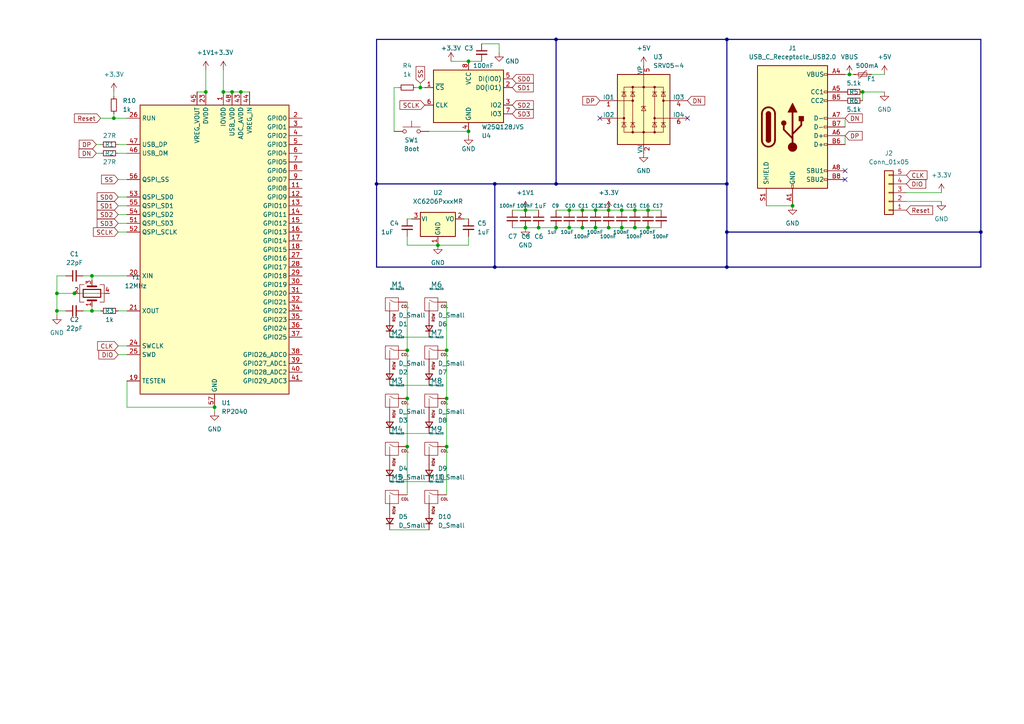
<source format=kicad_sch>
(kicad_sch (version 20211123) (generator eeschema)
  (paper "A4")
  (lib_symbols
    (symbol "Connector:USB_C_Receptacle_USB2.0" (pin_names (offset 1.016))
      (property "Reference" "J" (at -10.16 19.05 0))
      (property "Value" "USB_C_Receptacle_USB2.0" (at 19.05 19.05 0))
      (symbol "USB_C_Receptacle_USB2.0_0_0"
        (rectangle (start -0.254 -17.78) (end 0.254 -16.764))
        (rectangle (start 10.16 -14.986) (end 9.144 -15.494))
        (rectangle (start 10.16 -12.446) (end 9.144 -12.954))
        (rectangle (start 10.16 -4.826) (end 9.144 -5.334))
        (rectangle (start 10.16 -2.286) (end 9.144 -2.794))
        (rectangle (start 10.16 0.254) (end 9.144 -0.254))
        (rectangle (start 10.16 2.794) (end 9.144 2.286))
        (rectangle (start 10.16 7.874) (end 9.144 7.366))
        (rectangle (start 10.16 10.414) (end 9.144 9.906))
        (rectangle (start 10.16 15.494) (end 9.144 14.986))
      )
      (symbol "USB_C_Receptacle_USB2.0_0_1"
        (rectangle (start -10.16 17.78) (end 10.16 -17.78) (stroke (width 0.254)) (fill (type background)))
        (arc (start -8.89 -3.81) (mid -6.985 -5.715) (end -5.08 -3.81) (stroke (width 0.508)))
        (arc (start -7.62 -3.81) (mid -6.985 -4.445) (end -6.35 -3.81) (stroke (width 0.254)))
        (arc (start -7.62 -3.81) (mid -6.985 -4.445) (end -6.35 -3.81) (stroke (width 0.254)) (fill (type outline)))
        (rectangle (start -7.62 -3.81) (end -6.35 3.81) (stroke (width 0.254)) (fill (type outline)))
        (arc (start -6.35 3.81) (mid -6.985 4.445) (end -7.62 3.81) (stroke (width 0.254)))
        (arc (start -6.35 3.81) (mid -6.985 4.445) (end -7.62 3.81) (stroke (width 0.254)) (fill (type outline)))
        (arc (start -5.08 3.81) (mid -6.985 5.715) (end -8.89 3.81) (stroke (width 0.508)))
        (circle (center -2.54 1.143) (radius 0.635) (stroke (width 0.254)) (fill (type outline)))
        (circle (center 0 -5.842) (radius 1.27) (fill (type outline)))
        (polyline (pts (xy -8.89 -3.81) (xy -8.89 3.81)) (stroke (width 0.508)))
        (polyline (pts (xy -5.08 3.81) (xy -5.08 -3.81)) (stroke (width 0.508)))
        (polyline (pts (xy 0 -5.842) (xy 0 4.318)) (stroke (width 0.508)))
        (polyline (pts (xy 0 -3.302) (xy -2.54 -0.762) (xy -2.54 0.508)) (stroke (width 0.508)))
        (polyline (pts (xy 0 -2.032) (xy 2.54 0.508) (xy 2.54 1.778)) (stroke (width 0.508)))
        (polyline (pts (xy -1.27 4.318) (xy 0 6.858) (xy 1.27 4.318) (xy -1.27 4.318)) (stroke (width 0.254)) (fill (type outline)))
        (rectangle (start 1.905 1.778) (end 3.175 3.048) (stroke (width 0.254)) (fill (type outline)))
      )
      (symbol "USB_C_Receptacle_USB2.0_1_1"
        (pin passive line (at 0 -22.86 90) (length 5.08) (name "GND") (number "A1"))
        (pin passive line (at 0 -22.86 90) (length 5.08) hide (name "GND") (number "A12"))
        (pin passive line (at 15.24 15.24 180) (length 5.08) (name "VBUS") (number "A4"))
        (pin bidirectional line (at 15.24 10.16 180) (length 5.08) (name "CC1") (number "A5"))
        (pin bidirectional line (at 15.24 -2.54 180) (length 5.08) (name "D+") (number "A6"))
        (pin bidirectional line (at 15.24 2.54 180) (length 5.08) (name "D-") (number "A7"))
        (pin bidirectional line (at 15.24 -12.7 180) (length 5.08) (name "SBU1") (number "A8"))
        (pin passive line (at 15.24 15.24 180) (length 5.08) hide (name "VBUS") (number "A9"))
        (pin passive line (at 0 -22.86 90) (length 5.08) hide (name "GND") (number "B1"))
        (pin passive line (at 0 -22.86 90) (length 5.08) hide (name "GND") (number "B12"))
        (pin passive line (at 15.24 15.24 180) (length 5.08) hide (name "VBUS") (number "B4"))
        (pin bidirectional line (at 15.24 7.62 180) (length 5.08) (name "CC2") (number "B5"))
        (pin bidirectional line (at 15.24 -5.08 180) (length 5.08) (name "D+") (number "B6"))
        (pin bidirectional line (at 15.24 0 180) (length 5.08) (name "D-") (number "B7"))
        (pin bidirectional line (at 15.24 -15.24 180) (length 5.08) (name "SBU2") (number "B8"))
        (pin passive line (at 15.24 15.24 180) (length 5.08) hide (name "VBUS") (number "B9"))
        (pin passive line (at -7.62 -22.86 90) (length 5.08) (name "SHIELD") (number "S1"))
      )
    )
    (symbol "Connector_Generic:Conn_01x05" (pin_names (offset 1.016) hide)
      (property "Reference" "J" (at 0 7.62 0))
      (property "Value" "Conn_01x05" (at 0 -7.62 0))
      (symbol "Conn_01x05_1_1"
        (rectangle (start -1.27 -4.953) (end 0 -5.207) (stroke (width 0.1524)))
        (rectangle (start -1.27 -2.413) (end 0 -2.667) (stroke (width 0.1524)))
        (rectangle (start -1.27 0.127) (end 0 -0.127) (stroke (width 0.1524)))
        (rectangle (start -1.27 2.667) (end 0 2.413) (stroke (width 0.1524)))
        (rectangle (start -1.27 5.207) (end 0 4.953) (stroke (width 0.1524)))
        (rectangle (start -1.27 6.35) (end 1.27 -6.35) (stroke (width 0.254)) (fill (type background)))
        (pin passive line (at -5.08 5.08 0) (length 3.81) (name "Pin_1") (number "1"))
        (pin passive line (at -5.08 2.54 0) (length 3.81) (name "Pin_2") (number "2"))
        (pin passive line (at -5.08 0 0) (length 3.81) (name "Pin_3") (number "3"))
        (pin passive line (at -5.08 -2.54 0) (length 3.81) (name "Pin_4") (number "4"))
        (pin passive line (at -5.08 -5.08 0) (length 3.81) (name "Pin_5") (number "5"))
      )
    )
    (symbol "Device:C_Small" (pin_numbers hide) (pin_names (offset 0.254) hide)
      (property "Reference" "C" (at 0.254 1.778 0))
      (property "Value" "C_Small" (at 0.254 -2.032 0))
      (symbol "C_Small_0_1"
        (polyline (pts (xy -1.524 -0.508) (xy 1.524 -0.508)) (stroke (width 0.3302)))
        (polyline (pts (xy -1.524 0.508) (xy 1.524 0.508)) (stroke (width 0.3048)))
      )
      (symbol "C_Small_1_1"
        (pin passive line (at 0 2.54 270) (length 2.032) (name "~") (number "1"))
        (pin passive line (at 0 -2.54 90) (length 2.032) (name "~") (number "2"))
      )
    )
    (symbol "Device:Crystal_GND24" (pin_names (offset 1.016) hide)
      (property "Reference" "Y" (at 3.175 5.08 0))
      (property "Value" "Crystal_GND24" (at 3.175 3.175 0))
      (symbol "Crystal_GND24_0_1"
        (rectangle (start -1.143 2.54) (end 1.143 -2.54) (stroke (width 0.3048)))
        (polyline (pts (xy -2.54 0) (xy -2.032 0)))
        (polyline (pts (xy -2.032 -1.27) (xy -2.032 1.27)) (stroke (width 0.508)))
        (polyline (pts (xy 0 -3.81) (xy 0 -3.556)))
        (polyline (pts (xy 0 3.556) (xy 0 3.81)))
        (polyline (pts (xy 2.032 -1.27) (xy 2.032 1.27)) (stroke (width 0.508)))
        (polyline (pts (xy 2.032 0) (xy 2.54 0)))
        (polyline (pts (xy -2.54 -2.286) (xy -2.54 -3.556) (xy 2.54 -3.556) (xy 2.54 -2.286)))
        (polyline (pts (xy -2.54 2.286) (xy -2.54 3.556) (xy 2.54 3.556) (xy 2.54 2.286)))
      )
      (symbol "Crystal_GND24_1_1"
        (pin passive line (at -3.81 0 0) (length 1.27) (name "1") (number "1"))
        (pin passive line (at 0 5.08 270) (length 1.27) (name "2") (number "2"))
        (pin passive line (at 3.81 0 180) (length 1.27) (name "3") (number "3"))
        (pin passive line (at 0 -5.08 90) (length 1.27) (name "4") (number "4"))
      )
    )
    (symbol "Device:D_Small" (pin_numbers hide) (pin_names (offset 0.254) hide)
      (property "Reference" "D" (at -1.27 2.032 0))
      (property "Value" "D_Small" (at -3.81 -2.032 0))
      (symbol "D_Small_0_1"
        (polyline (pts (xy -0.762 -1.016) (xy -0.762 1.016)) (stroke (width 0.254)))
        (polyline (pts (xy -0.762 0) (xy 0.762 0)))
        (polyline (pts (xy 0.762 -1.016) (xy -0.762 0) (xy 0.762 1.016) (xy 0.762 -1.016)) (stroke (width 0.254)))
      )
      (symbol "D_Small_1_1"
        (pin passive line (at -2.54 0 0) (length 1.778) (name "K") (number "1"))
        (pin passive line (at 2.54 0 180) (length 1.778) (name "A") (number "2"))
      )
    )
    (symbol "Device:Polyfuse_Small" (pin_numbers hide) (pin_names (offset 0))
      (property "Reference" "F" (at -1.905 0 90))
      (property "Value" "Polyfuse_Small" (at 1.905 0 90))
      (symbol "Polyfuse_Small_0_1"
        (rectangle (start -0.508 1.27) (end 0.508 -1.27))
        (polyline (pts (xy 0 2.54) (xy 0 -2.54)))
        (polyline (pts (xy -1.016 1.27) (xy -1.016 0.762) (xy 1.016 -0.762) (xy 1.016 -1.27)))
      )
      (symbol "Polyfuse_Small_1_1"
        (pin passive line (at 0 2.54 270) (length 0.635) (name "~") (number "1"))
        (pin passive line (at 0 -2.54 90) (length 0.635) (name "~") (number "2"))
      )
    )
    (symbol "Device:R_Small" (pin_numbers hide) (pin_names (offset 0.254) hide)
      (property "Reference" "R" (at 0.762 0.508 0))
      (property "Value" "R_Small" (at 0.762 -1.016 0))
      (symbol "R_Small_0_1"
        (rectangle (start -0.762 1.778) (end 0.762 -1.778) (stroke (width 0.2032)))
      )
      (symbol "R_Small_1_1"
        (pin passive line (at 0 2.54 270) (length 0.762) (name "~") (number "1"))
        (pin passive line (at 0 -2.54 90) (length 0.762) (name "~") (number "2"))
      )
    )
    (symbol "MCU_RaspberryPi:RP2040"
      (property "Reference" "U" (at 17.78 45.72 0))
      (property "Value" "RP2040" (at 17.78 43.18 0))
      (symbol "RP2040_0_1"
        (rectangle (start -21.59 41.91) (end 21.59 -41.91) (stroke (width 0.254)) (fill (type background)))
      )
      (symbol "RP2040_1_1"
        (pin power_in line (at 2.54 45.72 270) (length 3.81) (name "IOVDD") (number "1"))
        (pin passive line (at 2.54 45.72 270) (length 3.81) hide (name "IOVDD") (number "10"))
        (pin bidirectional line (at 25.4 17.78 180) (length 3.81) (name "GPIO8") (number "11"))
        (pin bidirectional line (at 25.4 15.24 180) (length 3.81) (name "GPIO9") (number "12"))
        (pin bidirectional line (at 25.4 12.7 180) (length 3.81) (name "GPIO10") (number "13"))
        (pin bidirectional line (at 25.4 10.16 180) (length 3.81) (name "GPIO11") (number "14"))
        (pin bidirectional line (at 25.4 7.62 180) (length 3.81) (name "GPIO12") (number "15"))
        (pin bidirectional line (at 25.4 5.08 180) (length 3.81) (name "GPIO13") (number "16"))
        (pin bidirectional line (at 25.4 2.54 180) (length 3.81) (name "GPIO14") (number "17"))
        (pin bidirectional line (at 25.4 0 180) (length 3.81) (name "GPIO15") (number "18"))
        (pin input line (at -25.4 -38.1 0) (length 3.81) (name "TESTEN") (number "19"))
        (pin bidirectional line (at 25.4 38.1 180) (length 3.81) (name "GPIO0") (number "2"))
        (pin input line (at -25.4 -7.62 0) (length 3.81) (name "XIN") (number "20"))
        (pin passive line (at -25.4 -17.78 0) (length 3.81) (name "XOUT") (number "21"))
        (pin passive line (at 2.54 45.72 270) (length 3.81) hide (name "IOVDD") (number "22"))
        (pin power_in line (at -2.54 45.72 270) (length 3.81) (name "DVDD") (number "23"))
        (pin output line (at -25.4 -27.94 0) (length 3.81) (name "SWCLK") (number "24"))
        (pin bidirectional line (at -25.4 -30.48 0) (length 3.81) (name "SWD") (number "25"))
        (pin input line (at -25.4 38.1 0) (length 3.81) (name "RUN") (number "26"))
        (pin bidirectional line (at 25.4 -2.54 180) (length 3.81) (name "GPIO16") (number "27"))
        (pin bidirectional line (at 25.4 -5.08 180) (length 3.81) (name "GPIO17") (number "28"))
        (pin bidirectional line (at 25.4 -7.62 180) (length 3.81) (name "GPIO18") (number "29"))
        (pin bidirectional line (at 25.4 35.56 180) (length 3.81) (name "GPIO1") (number "3"))
        (pin bidirectional line (at 25.4 -10.16 180) (length 3.81) (name "GPIO19") (number "30"))
        (pin bidirectional line (at 25.4 -12.7 180) (length 3.81) (name "GPIO20") (number "31"))
        (pin bidirectional line (at 25.4 -15.24 180) (length 3.81) (name "GPIO21") (number "32"))
        (pin passive line (at 2.54 45.72 270) (length 3.81) hide (name "IOVDD") (number "33"))
        (pin bidirectional line (at 25.4 -17.78 180) (length 3.81) (name "GPIO22") (number "34"))
        (pin bidirectional line (at 25.4 -20.32 180) (length 3.81) (name "GPIO23") (number "35"))
        (pin bidirectional line (at 25.4 -22.86 180) (length 3.81) (name "GPIO24") (number "36"))
        (pin bidirectional line (at 25.4 -25.4 180) (length 3.81) (name "GPIO25") (number "37"))
        (pin bidirectional line (at 25.4 -30.48 180) (length 3.81) (name "GPIO26_ADC0") (number "38"))
        (pin bidirectional line (at 25.4 -33.02 180) (length 3.81) (name "GPIO27_ADC1") (number "39"))
        (pin bidirectional line (at 25.4 33.02 180) (length 3.81) (name "GPIO2") (number "4"))
        (pin bidirectional line (at 25.4 -35.56 180) (length 3.81) (name "GPIO28_ADC2") (number "40"))
        (pin bidirectional line (at 25.4 -38.1 180) (length 3.81) (name "GPIO29_ADC3") (number "41"))
        (pin passive line (at 2.54 45.72 270) (length 3.81) hide (name "IOVDD") (number "42"))
        (pin power_in line (at 7.62 45.72 270) (length 3.81) (name "ADC_AVDD") (number "43"))
        (pin power_in line (at 10.16 45.72 270) (length 3.81) (name "VREG_IN") (number "44"))
        (pin power_out line (at -5.08 45.72 270) (length 3.81) (name "VREG_VOUT") (number "45"))
        (pin bidirectional line (at -25.4 27.94 0) (length 3.81) (name "USB_DM") (number "46"))
        (pin bidirectional line (at -25.4 30.48 0) (length 3.81) (name "USB_DP") (number "47"))
        (pin power_in line (at 5.08 45.72 270) (length 3.81) (name "USB_VDD") (number "48"))
        (pin passive line (at 2.54 45.72 270) (length 3.81) hide (name "IOVDD") (number "49"))
        (pin bidirectional line (at 25.4 30.48 180) (length 3.81) (name "GPIO3") (number "5"))
        (pin passive line (at -2.54 45.72 270) (length 3.81) hide (name "DVDD") (number "50"))
        (pin bidirectional line (at -25.4 7.62 0) (length 3.81) (name "QSPI_SD3") (number "51"))
        (pin output line (at -25.4 5.08 0) (length 3.81) (name "QSPI_SCLK") (number "52"))
        (pin bidirectional line (at -25.4 15.24 0) (length 3.81) (name "QSPI_SD0") (number "53"))
        (pin bidirectional line (at -25.4 10.16 0) (length 3.81) (name "QSPI_SD2") (number "54"))
        (pin bidirectional line (at -25.4 12.7 0) (length 3.81) (name "QSPI_SD1") (number "55"))
        (pin bidirectional line (at -25.4 20.32 0) (length 3.81) (name "QSPI_SS") (number "56"))
        (pin power_in line (at 0 -45.72 90) (length 3.81) (name "GND") (number "57"))
        (pin bidirectional line (at 25.4 27.94 180) (length 3.81) (name "GPIO4") (number "6"))
        (pin bidirectional line (at 25.4 25.4 180) (length 3.81) (name "GPIO5") (number "7"))
        (pin bidirectional line (at 25.4 22.86 180) (length 3.81) (name "GPIO6") (number "8"))
        (pin bidirectional line (at 25.4 20.32 180) (length 3.81) (name "GPIO7") (number "9"))
      )
    )
    (symbol "MX_Alps_Hybrid:MX-NoLED" (pin_names (offset 1.016))
      (property "Reference" "MX" (at -0.635 3.81 0))
      (property "Value" "MX-NoLED" (at -0.635 1.27 0))
      (symbol "MX-NoLED_0_0"
        (rectangle (start -2.54 2.54) (end 1.27 -1.27))
        (polyline (pts (xy -1.27 -1.27) (xy -1.27 1.27)) (stroke (width 0.127)))
        (polyline (pts (xy 1.27 1.27) (xy 0 1.27) (xy -1.27 1.905)) (stroke (width 0.127)))
        (text "COL" (at 3.175 0 0) (effects (font (size 0.762 0.762))))
        (text "ROW" (at 0 -1.905 900) (effects (font (size 0.762 0.762)) (justify right)))
      )
      (symbol "MX-NoLED_1_1"
        (pin passive line (at 3.81 1.27 180) (length 2.54) (name "COL") (number "1"))
        (pin passive line (at -1.27 -3.81 90) (length 2.54) (name "ROW") (number "2"))
      )
    )
    (symbol "Memory_Flash:W25Q128JVS"
      (property "Reference" "U" (at -8.89 8.89 0))
      (property "Value" "W25Q128JVS" (at 7.62 8.89 0))
      (symbol "W25Q128JVS_0_1"
        (rectangle (start -10.16 7.62) (end 10.16 -7.62) (stroke (width 0.254)) (fill (type background)))
      )
      (symbol "W25Q128JVS_1_1"
        (pin input line (at -12.7 2.54 0) (length 2.54) (name "~{CS}") (number "1"))
        (pin bidirectional line (at 12.7 2.54 180) (length 2.54) (name "DO(IO1)") (number "2"))
        (pin bidirectional line (at 12.7 -2.54 180) (length 2.54) (name "IO2") (number "3"))
        (pin power_in line (at 0 -10.16 90) (length 2.54) (name "GND") (number "4"))
        (pin bidirectional line (at 12.7 5.08 180) (length 2.54) (name "DI(IO0)") (number "5"))
        (pin input line (at -12.7 -2.54 0) (length 2.54) (name "CLK") (number "6"))
        (pin bidirectional line (at 12.7 -5.08 180) (length 2.54) (name "IO3") (number "7"))
        (pin power_in line (at 0 10.16 270) (length 2.54) (name "VCC") (number "8"))
      )
    )
    (symbol "Power_Protection:SRV05-4" (pin_names (offset 0))
      (property "Reference" "U" (at -5.08 11.43 0))
      (property "Value" "SRV05-4" (at 2.54 11.43 0))
      (symbol "SRV05-4_0_0"
        (rectangle (start -5.715 6.477) (end 5.715 -6.604))
        (polyline (pts (xy -3.175 -6.604) (xy -3.175 6.477)))
        (polyline (pts (xy 3.175 6.477) (xy 3.175 -6.604)))
      )
      (symbol "SRV05-4_0_1"
        (rectangle (start -7.62 10.16) (end 7.62 -10.16) (stroke (width 0.254)) (fill (type background)))
        (circle (center -5.715 -2.54) (radius 0.2794) (fill (type outline)))
        (circle (center -3.175 -6.604) (radius 0.2794) (fill (type outline)))
        (circle (center -3.175 2.54) (radius 0.2794) (fill (type outline)))
        (circle (center -3.175 6.477) (radius 0.2794) (fill (type outline)))
        (circle (center 0 -6.604) (radius 0.2794) (fill (type outline)))
        (polyline (pts (xy -7.747 2.54) (xy -3.175 2.54)))
        (polyline (pts (xy -7.62 -2.54) (xy -5.715 -2.54)))
        (polyline (pts (xy -5.08 -3.81) (xy -6.35 -3.81)))
        (polyline (pts (xy -5.08 5.08) (xy -6.35 5.08)))
        (polyline (pts (xy -2.54 -3.81) (xy -3.81 -3.81)))
        (polyline (pts (xy -2.54 5.08) (xy -3.81 5.08)))
        (polyline (pts (xy 0 10.16) (xy 0 -10.16)))
        (polyline (pts (xy 3.81 -3.81) (xy 2.54 -3.81)))
        (polyline (pts (xy 3.81 5.08) (xy 2.54 5.08)))
        (polyline (pts (xy 6.35 -3.81) (xy 5.08 -3.81)))
        (polyline (pts (xy 6.35 5.08) (xy 5.08 5.08)))
        (polyline (pts (xy 7.62 -2.54) (xy 3.175 -2.54)))
        (polyline (pts (xy 7.62 2.54) (xy 5.715 2.54)))
        (polyline (pts (xy 0.635 0.889) (xy -0.635 0.889) (xy -0.635 0.635)))
        (polyline (pts (xy -5.08 -5.08) (xy -6.35 -5.08) (xy -5.715 -3.81) (xy -5.08 -5.08)))
        (polyline (pts (xy -5.08 3.81) (xy -6.35 3.81) (xy -5.715 5.08) (xy -5.08 3.81)))
        (polyline (pts (xy -2.54 -5.08) (xy -3.81 -5.08) (xy -3.175 -3.81) (xy -2.54 -5.08)))
        (polyline (pts (xy -2.54 3.81) (xy -3.81 3.81) (xy -3.175 5.08) (xy -2.54 3.81)))
        (polyline (pts (xy 0.635 -0.381) (xy -0.635 -0.381) (xy 0 0.889) (xy 0.635 -0.381)))
        (polyline (pts (xy 3.81 -5.08) (xy 2.54 -5.08) (xy 3.175 -3.81) (xy 3.81 -5.08)))
        (polyline (pts (xy 3.81 3.81) (xy 2.54 3.81) (xy 3.175 5.08) (xy 3.81 3.81)))
        (polyline (pts (xy 6.35 -5.08) (xy 5.08 -5.08) (xy 5.715 -3.81) (xy 6.35 -5.08)))
        (polyline (pts (xy 6.35 3.81) (xy 5.08 3.81) (xy 5.715 5.08) (xy 6.35 3.81)))
        (circle (center 0 6.477) (radius 0.2794) (fill (type outline)))
        (circle (center 3.175 -6.604) (radius 0.2794) (fill (type outline)))
        (circle (center 3.175 -2.54) (radius 0.2794) (fill (type outline)))
        (circle (center 3.175 6.477) (radius 0.2794) (fill (type outline)))
        (circle (center 5.715 2.54) (radius 0.2794) (fill (type outline)))
      )
      (symbol "SRV05-4_1_1"
        (pin passive line (at -12.7 2.54 0) (length 5.08) (name "IO1") (number "1"))
        (pin passive line (at 0 -12.7 90) (length 2.54) (name "VN") (number "2"))
        (pin passive line (at -12.7 -2.54 0) (length 5.08) (name "IO2") (number "3"))
        (pin passive line (at 12.7 2.54 180) (length 5.08) (name "IO3") (number "4"))
        (pin passive line (at 0 12.7 270) (length 2.54) (name "VP") (number "5"))
        (pin passive line (at 12.7 -2.54 180) (length 5.08) (name "IO4") (number "6"))
      )
    )
    (symbol "Regulator_Linear:XC6206PxxxMR" (pin_names (offset 0.254))
      (property "Reference" "U" (at -3.81 3.175 0))
      (property "Value" "XC6206PxxxMR" (at 0 3.175 0))
      (symbol "XC6206PxxxMR_0_1"
        (rectangle (start -5.08 1.905) (end 5.08 -5.08) (stroke (width 0.254)) (fill (type background)))
      )
      (symbol "XC6206PxxxMR_1_1"
        (pin power_in line (at 0 -7.62 90) (length 2.54) (name "GND") (number "1"))
        (pin power_out line (at 7.62 0 180) (length 2.54) (name "VO") (number "2"))
        (pin power_in line (at -7.62 0 0) (length 2.54) (name "VI") (number "3"))
      )
    )
    (symbol "Switch:SW_Push" (pin_numbers hide) (pin_names (offset 1.016) hide)
      (property "Reference" "SW" (at 1.27 2.54 0))
      (property "Value" "SW_Push" (at 0 -1.524 0))
      (symbol "SW_Push_0_1"
        (circle (center -2.032 0) (radius 0.508))
        (polyline (pts (xy 0 1.27) (xy 0 3.048)))
        (polyline (pts (xy 2.54 1.27) (xy -2.54 1.27)))
        (circle (center 2.032 0) (radius 0.508))
        (pin passive line (at -5.08 0 0) (length 2.54) (name "1") (number "1"))
        (pin passive line (at 5.08 0 180) (length 2.54) (name "2") (number "2"))
      )
    )
    (symbol "power:+1V1" (power) (pin_names (offset 0))
      (property "Value" "+1V1" (at 0 3.556 0))
      (symbol "+1V1_0_1"
        (polyline (pts (xy -0.762 1.27) (xy 0 2.54)))
        (polyline (pts (xy 0 0) (xy 0 2.54)))
        (polyline (pts (xy 0 2.54) (xy 0.762 1.27)))
      )
      (symbol "+1V1_1_1"
        (pin power_in line (at 0 0 90) (length 0) hide (name "+1V1") (number "1"))
      )
    )
    (symbol "power:+3.3V" (power) (pin_names (offset 0))
      (property "Value" "+3.3V" (at 0 3.556 0))
      (symbol "+3.3V_0_1"
        (polyline (pts (xy -0.762 1.27) (xy 0 2.54)))
        (polyline (pts (xy 0 0) (xy 0 2.54)))
        (polyline (pts (xy 0 2.54) (xy 0.762 1.27)))
      )
      (symbol "+3.3V_1_1"
        (pin power_in line (at 0 0 90) (length 0) hide (name "+3.3V") (number "1"))
      )
    )
    (symbol "power:+5V" (power) (pin_names (offset 0))
      (property "Value" "+5V" (at 0 3.556 0))
      (symbol "+5V_0_1"
        (polyline (pts (xy -0.762 1.27) (xy 0 2.54)))
        (polyline (pts (xy 0 0) (xy 0 2.54)))
        (polyline (pts (xy 0 2.54) (xy 0.762 1.27)))
      )
      (symbol "+5V_1_1"
        (pin power_in line (at 0 0 90) (length 0) hide (name "+5V") (number "1"))
      )
    )
    (symbol "power:GND" (power) (pin_names (offset 0))
      (property "Value" "GND" (at 0 -3.81 0))
      (symbol "GND_0_1"
        (polyline (pts (xy 0 0) (xy 0 -1.27) (xy 1.27 -1.27) (xy 0 -2.54) (xy -1.27 -1.27) (xy 0 -1.27)))
      )
      (symbol "GND_1_1"
        (pin power_in line (at 0 0 270) (length 0) hide (name "GND") (number "1"))
      )
    )
    (symbol "power:VBUS" (power) (pin_names (offset 0))
      (property "Value" "VBUS" (at 0 3.81 0))
      (symbol "VBUS_0_1"
        (polyline (pts (xy -0.762 1.27) (xy 0 2.54)))
        (polyline (pts (xy 0 0) (xy 0 2.54)))
        (polyline (pts (xy 0 2.54) (xy 0.762 1.27)))
      )
      (symbol "VBUS_1_1"
        (pin power_in line (at 0 0 90) (length 0) hide (name "VBUS") (number "1"))
      )
    )
  )
  (junction (at 16.51 85.09))
  (junction (at 184.15 66.04))
  (junction (at 21.59 85.09))
  (junction (at 69.85 26.67))
  (junction (at 165.1 66.04))
  (junction (at 152.4 66.04))
  (junction (at 187.96 66.04))
  (junction (at 121.92 25.4))
  (junction (at 180.34 66.04))
  (junction (at 118.11 115.57))
  (junction (at 176.53 60.96))
  (junction (at 152.4 60.96))
  (junction (at 250.19 26.67))
  (junction (at 26.67 90.17))
  (junction (at 16.51 90.17))
  (junction (at 33.02 34.29))
  (junction (at 210.82 11.43))
  (junction (at 165.1 60.96))
  (junction (at 118.11 129.54))
  (junction (at 180.34 60.96))
  (junction (at 135.89 38.1))
  (junction (at 210.82 53.34))
  (junction (at 67.31 26.67))
  (junction (at 129.54 101.6))
  (junction (at 172.72 60.96))
  (junction (at 246.38 21.59))
  (junction (at 161.29 11.43))
  (junction (at 172.72 66.04))
  (junction (at 62.23 118.11))
  (junction (at 210.82 67.31))
  (junction (at 284.48 67.31))
  (junction (at 26.67 80.01))
  (junction (at 143.51 53.34))
  (junction (at 156.21 66.04))
  (junction (at 59.69 26.67))
  (junction (at 118.11 101.6))
  (junction (at 161.29 66.04))
  (junction (at 129.54 129.54))
  (junction (at 187.96 60.96))
  (junction (at 64.77 26.67))
  (junction (at 168.91 60.96))
  (junction (at 184.15 60.96))
  (junction (at 176.53 66.04))
  (junction (at 229.87 59.69))
  (junction (at 129.54 115.57))
  (junction (at 161.29 53.34))
  (junction (at 127 71.12))
  (junction (at 143.51 77.47))
  (junction (at 135.89 17.78))
  (junction (at 168.91 66.04))
  (junction (at 210.82 77.47))
  (junction (at 109.22 53.34))
  (no_connect (at 245.11 52.07))
  (no_connect (at 199.39 34.29))
  (no_connect (at 173.99 34.29))
  (no_connect (at 245.11 49.53))
  (wire (pts (xy 156.21 66.04) (xy 161.29 66.04)))
  (wire (pts (xy 36.83 34.29) (xy 33.02 34.29)))
  (wire (pts (xy 130.81 17.78) (xy 135.89 17.78)))
  (wire (pts (xy 24.13 90.17) (xy 26.67 90.17)))
  (wire (pts (xy 250.19 26.67) (xy 250.19 29.21)))
  (wire (pts (xy 129.54 115.57) (xy 129.54 129.54)))
  (bus (pts (xy 109.22 53.34) (xy 109.22 77.47)))
  (wire (pts (xy 34.29 59.69) (xy 36.83 59.69)))
  (wire (pts (xy 118.11 71.12) (xy 127 71.12)))
  (wire (pts (xy 26.67 80.01) (xy 26.67 81.28)))
  (bus (pts (xy 284.48 77.47) (xy 284.48 67.31)))
  (wire (pts (xy 148.59 66.04) (xy 152.4 66.04)))
  (bus (pts (xy 210.82 67.31) (xy 210.82 77.47)))
  (wire (pts (xy 36.83 110.49) (xy 36.83 118.11)))
  (wire (pts (xy 26.67 90.17) (xy 29.21 90.17)))
  (wire (pts (xy 161.29 60.96) (xy 165.1 60.96)))
  (wire (pts (xy 121.92 25.4) (xy 123.19 25.4)))
  (bus (pts (xy 109.22 11.43) (xy 161.29 11.43)))
  (bus (pts (xy 210.82 53.34) (xy 210.82 67.31)))
  (wire (pts (xy 118.11 129.54) (xy 118.11 143.51)))
  (wire (pts (xy 36.83 118.11) (xy 62.23 118.11)))
  (wire (pts (xy 114.3 25.4) (xy 115.57 25.4)))
  (wire (pts (xy 161.29 66.04) (xy 165.1 66.04)))
  (wire (pts (xy 139.7 12.7) (xy 144.78 12.7)))
  (wire (pts (xy 34.29 41.91) (xy 36.83 41.91)))
  (wire (pts (xy 118.11 115.57) (xy 118.11 129.54)))
  (bus (pts (xy 143.51 77.47) (xy 210.82 77.47)))
  (wire (pts (xy 176.53 60.96) (xy 180.34 60.96)))
  (wire (pts (xy 250.19 26.67) (xy 256.54 26.67)))
  (bus (pts (xy 210.82 53.34) (xy 161.29 53.34)))
  (wire (pts (xy 26.67 80.01) (xy 36.83 80.01)))
  (bus (pts (xy 143.51 53.34) (xy 109.22 53.34)))
  (wire (pts (xy 59.69 20.32) (xy 59.69 26.67)))
  (wire (pts (xy 69.85 26.67) (xy 72.39 26.67)))
  (wire (pts (xy 129.54 101.6) (xy 129.54 115.57)))
  (wire (pts (xy 246.38 21.59) (xy 247.65 21.59)))
  (wire (pts (xy 176.53 66.04) (xy 180.34 66.04)))
  (wire (pts (xy 121.92 24.13) (xy 121.92 25.4)))
  (wire (pts (xy 129.54 129.54) (xy 129.54 143.51)))
  (wire (pts (xy 180.34 66.04) (xy 184.15 66.04)))
  (wire (pts (xy 184.15 66.04) (xy 187.96 66.04)))
  (wire (pts (xy 245.11 34.29) (xy 245.11 36.83)))
  (wire (pts (xy 114.3 25.4) (xy 114.3 38.1)))
  (wire (pts (xy 113.03 97.79) (xy 124.46 97.79)))
  (bus (pts (xy 161.29 11.43) (xy 210.82 11.43)))
  (wire (pts (xy 57.15 26.67) (xy 59.69 26.67)))
  (wire (pts (xy 152.4 60.96) (xy 156.21 60.96)))
  (wire (pts (xy 34.29 57.15) (xy 36.83 57.15)))
  (wire (pts (xy 262.89 58.42) (xy 273.05 58.42)))
  (wire (pts (xy 26.67 88.9) (xy 26.67 90.17)))
  (wire (pts (xy 34.29 44.45) (xy 36.83 44.45)))
  (wire (pts (xy 113.03 125.73) (xy 124.46 125.73)))
  (wire (pts (xy 152.4 66.04) (xy 156.21 66.04)))
  (wire (pts (xy 24.13 80.01) (xy 26.67 80.01)))
  (bus (pts (xy 284.48 67.31) (xy 284.48 11.43)))
  (wire (pts (xy 16.51 90.17) (xy 16.51 91.44)))
  (bus (pts (xy 284.48 11.43) (xy 210.82 11.43)))
  (wire (pts (xy 33.02 33.02) (xy 33.02 34.29)))
  (wire (pts (xy 165.1 66.04) (xy 168.91 66.04)))
  (wire (pts (xy 165.1 60.96) (xy 168.91 60.96)))
  (wire (pts (xy 148.59 60.96) (xy 152.4 60.96)))
  (wire (pts (xy 21.59 85.09) (xy 31.75 85.09)))
  (wire (pts (xy 184.15 60.96) (xy 187.96 60.96)))
  (wire (pts (xy 262.89 55.88) (xy 273.05 55.88)))
  (wire (pts (xy 16.51 80.01) (xy 16.51 85.09)))
  (bus (pts (xy 143.51 53.34) (xy 143.51 77.47)))
  (wire (pts (xy 222.25 59.69) (xy 229.87 59.69)))
  (wire (pts (xy 113.03 153.67) (xy 124.46 153.67)))
  (wire (pts (xy 168.91 60.96) (xy 172.72 60.96)))
  (wire (pts (xy 172.72 60.96) (xy 176.53 60.96)))
  (wire (pts (xy 16.51 80.01) (xy 19.05 80.01)))
  (wire (pts (xy 118.11 87.63) (xy 118.11 101.6)))
  (wire (pts (xy 180.34 60.96) (xy 184.15 60.96)))
  (wire (pts (xy 29.21 34.29) (xy 33.02 34.29)))
  (wire (pts (xy 16.51 85.09) (xy 16.51 90.17)))
  (wire (pts (xy 129.54 87.63) (xy 129.54 101.6)))
  (wire (pts (xy 144.78 12.7) (xy 144.78 15.24)))
  (wire (pts (xy 62.23 118.11) (xy 62.23 119.38)))
  (wire (pts (xy 34.29 102.87) (xy 36.83 102.87)))
  (wire (pts (xy 34.29 62.23) (xy 36.83 62.23)))
  (wire (pts (xy 16.51 90.17) (xy 19.05 90.17)))
  (wire (pts (xy 245.11 39.37) (xy 245.11 41.91)))
  (wire (pts (xy 135.89 68.58) (xy 135.89 71.12)))
  (wire (pts (xy 27.94 44.45) (xy 29.21 44.45)))
  (wire (pts (xy 118.11 68.58) (xy 118.11 71.12)))
  (wire (pts (xy 120.65 25.4) (xy 121.92 25.4)))
  (wire (pts (xy 27.94 41.91) (xy 29.21 41.91)))
  (wire (pts (xy 34.29 67.31) (xy 36.83 67.31)))
  (wire (pts (xy 33.02 26.67) (xy 33.02 27.94)))
  (bus (pts (xy 210.82 67.31) (xy 284.48 67.31)))
  (bus (pts (xy 210.82 11.43) (xy 210.82 53.34)))
  (wire (pts (xy 172.72 66.04) (xy 176.53 66.04)))
  (wire (pts (xy 34.29 100.33) (xy 36.83 100.33)))
  (wire (pts (xy 135.89 17.78) (xy 139.7 17.78)))
  (wire (pts (xy 34.29 52.07) (xy 36.83 52.07)))
  (wire (pts (xy 113.03 111.76) (xy 124.46 111.76)))
  (wire (pts (xy 16.51 85.09) (xy 21.59 85.09)))
  (wire (pts (xy 134.62 63.5) (xy 135.89 63.5)))
  (wire (pts (xy 113.03 139.7) (xy 124.46 139.7)))
  (bus (pts (xy 109.22 11.43) (xy 109.22 53.34)))
  (bus (pts (xy 109.22 77.47) (xy 143.51 77.47)))
  (wire (pts (xy 245.11 21.59) (xy 246.38 21.59)))
  (bus (pts (xy 161.29 11.43) (xy 161.29 53.34)))
  (wire (pts (xy 187.96 66.04) (xy 191.77 66.04)))
  (wire (pts (xy 64.77 26.67) (xy 67.31 26.67)))
  (wire (pts (xy 252.73 21.59) (xy 256.54 21.59)))
  (bus (pts (xy 161.29 53.34) (xy 143.51 53.34)))
  (wire (pts (xy 187.96 60.96) (xy 191.77 60.96)))
  (wire (pts (xy 168.91 66.04) (xy 172.72 66.04)))
  (wire (pts (xy 124.46 38.1) (xy 135.89 38.1)))
  (wire (pts (xy 118.11 63.5) (xy 119.38 63.5)))
  (wire (pts (xy 135.89 38.1) (xy 135.89 39.37)))
  (wire (pts (xy 118.11 101.6) (xy 118.11 115.57)))
  (wire (pts (xy 135.89 71.12) (xy 127 71.12)))
  (bus (pts (xy 210.82 77.47) (xy 284.48 77.47)))
  (wire (pts (xy 67.31 26.67) (xy 69.85 26.67)))
  (wire (pts (xy 34.29 90.17) (xy 36.83 90.17)))
  (wire (pts (xy 64.77 20.32) (xy 64.77 26.67)))
  (wire (pts (xy 34.29 64.77) (xy 36.83 64.77)))
  (global_label "DN" (shape input) (at 245.11 34.29 0) (property "Intersheet References" "${INTERSHEET_REFS}" (effects hide)))
  (global_label "SD3" (shape input) (at 148.59 33.02 0) (property "Intersheet References" "${INTERSHEET_REFS}" (effects hide)))
  (global_label "SD1" (shape input) (at 34.29 59.69 180) (property "Intersheet References" "${INTERSHEET_REFS}" (effects hide)))
  (global_label "SD0" (shape input) (at 148.59 22.86 0) (property "Intersheet References" "${INTERSHEET_REFS}" (effects hide)))
  (global_label "CLK" (shape input) (at 262.89 50.8 0) (property "Intersheet References" "${INTERSHEET_REFS}" (effects hide)))
  (global_label "SD1" (shape input) (at 148.59 25.4 0) (property "Intersheet References" "${INTERSHEET_REFS}" (effects hide)))
  (global_label "SS" (shape input) (at 34.29 52.07 180) (property "Intersheet References" "${INTERSHEET_REFS}" (effects hide)))
  (global_label "SS" (shape input) (at 121.92 24.13 90) (property "Intersheet References" "${INTERSHEET_REFS}" (effects hide)))
  (global_label "DIO" (shape input) (at 262.89 53.34 0) (property "Intersheet References" "${INTERSHEET_REFS}" (effects hide)))
  (global_label "SD2" (shape input) (at 34.29 62.23 180) (property "Intersheet References" "${INTERSHEET_REFS}" (effects hide)))
  (global_label "DIO" (shape input) (at 34.29 102.87 180) (property "Intersheet References" "${INTERSHEET_REFS}" (effects hide)))
  (global_label "SD2" (shape input) (at 148.59 30.48 0) (property "Intersheet References" "${INTERSHEET_REFS}" (effects hide)))
  (global_label "SCLK" (shape input) (at 123.19 30.48 180) (property "Intersheet References" "${INTERSHEET_REFS}" (effects hide)))
  (global_label "SD0" (shape input) (at 34.29 57.15 180) (property "Intersheet References" "${INTERSHEET_REFS}" (effects hide)))
  (global_label "DP" (shape input) (at 173.99 29.21 180) (property "Intersheet References" "${INTERSHEET_REFS}" (effects hide)))
  (global_label "DP" (shape input) (at 27.94 41.91 180) (property "Intersheet References" "${INTERSHEET_REFS}" (effects hide)))
  (global_label "DN" (shape input) (at 199.39 29.21 0) (property "Intersheet References" "${INTERSHEET_REFS}" (effects hide)))
  (global_label "DP" (shape input) (at 245.11 39.37 0) (property "Intersheet References" "${INTERSHEET_REFS}" (effects hide)))
  (global_label "SD3" (shape input) (at 34.29 64.77 180) (property "Intersheet References" "${INTERSHEET_REFS}" (effects hide)))
  (global_label "SCLK" (shape input) (at 34.29 67.31 180) (property "Intersheet References" "${INTERSHEET_REFS}" (effects hide)))
  (global_label "Reset" (shape input) (at 29.21 34.29 180) (property "Intersheet References" "${INTERSHEET_REFS}" (effects hide)))
  (global_label "CLK" (shape input) (at 34.29 100.33 180) (property "Intersheet References" "${INTERSHEET_REFS}" (effects hide)))
  (global_label "Reset" (shape input) (at 262.89 60.96 0) (property "Intersheet References" "${INTERSHEET_REFS}" (effects hide)))
  (global_label "DN" (shape input) (at 27.94 44.45 180) (property "Intersheet References" "${INTERSHEET_REFS}" (effects hide)))
  (symbol (lib_id "MX_Alps_Hybrid:MX-NoLED") (at 125.73 130.81 0) (unit 1)
    (property "Reference" "M9" (at 126.6156 124.46 0) (effects (font (size 1.524 1.524))))
    (property "Value" "MX-NoLED" (at 126.6156 125.73 0) (effects (font (size 0.508 0.508))))
    (property "Footprint" "Button_Switch_Keyboard:SW_Cherry_MX_1.00u_PCB" (effects hide))
  )
  (symbol (lib_id "Device:R_Small") (at 31.75 90.17 90) (unit 1)
    (property "Reference" "R3" (at 31.75 90.17 90))
    (property "Value" "1k" (at 31.75 92.71 90))
    (property "Footprint" "Resistor_SMD:R_0805_2012Metric" (effects hide))
  )
  (symbol (lib_id "Device:D_Small") (at 113.03 151.13 90) (unit 1)
    (property "Reference" "D5" (at 115.57 149.8599 90) (effects (justify right)))
    (property "Value" "D_Small" (at 115.57 152.3999 90) (effects (justify right)))
    (property "Footprint" "Diode_SMD:D_SOD-123" (effects hide))
  )
  (symbol (lib_id "power:+3.3V") (at 176.53 60.96 0) (unit 1)
    (property "Reference" "#PWR0118" (effects hide))
    (property "Value" "+3.3V" (at 176.53 55.88 0))
  )
  (symbol (lib_id "Device:D_Small") (at 124.46 137.16 90) (unit 1)
    (property "Reference" "D9" (at 127 135.8899 90) (effects (justify right)))
    (property "Value" "D_Small" (at 127 138.4299 90) (effects (justify right)))
    (property "Footprint" "Diode_SMD:D_SOD-123" (effects hide))
  )
  (symbol (lib_id "Device:D_Small") (at 124.46 109.22 90) (unit 1)
    (property "Reference" "D7" (at 127 107.9499 90) (effects (justify right)))
    (property "Value" "D_Small" (at 127 105.41 90) (effects (justify right)))
    (property "Footprint" "Diode_SMD:D_SOD-123" (effects hide))
  )
  (symbol (lib_id "Device:D_Small") (at 113.03 137.16 90) (unit 1)
    (property "Reference" "D4" (at 115.57 135.8899 90) (effects (justify right)))
    (property "Value" "D_Small" (at 115.57 138.4299 90) (effects (justify right)))
    (property "Footprint" "Diode_SMD:D_SOD-123" (effects hide))
  )
  (symbol (lib_id "power:GND") (at 273.05 58.42 0) (unit 1)
    (property "Reference" "#PWR0115" (effects hide))
    (property "Value" "GND" (at 273.05 63.5 0))
  )
  (symbol (lib_id "Device:R_Small") (at 247.65 29.21 90) (unit 1)
    (property "Reference" "R6" (at 247.65 29.21 90))
    (property "Value" "5.1k" (at 247.65 31.75 90))
    (property "Footprint" "Resistor_SMD:R_0805_2012Metric" (effects hide))
  )
  (symbol (lib_id "Device:C_Small") (at 180.34 63.5 0) (unit 1)
    (property "Reference" "C14" (at 177.8 59.69 0) (effects (font (size 1 1)) (justify left)))
    (property "Value" "100nF" (at 177.8 67.31 0) (effects (font (size 1 1)) (justify left)))
    (property "Footprint" "Capacitor_SMD:C_0805_2012Metric" (effects hide))
  )
  (symbol (lib_id "Device:Polyfuse_Small") (at 250.19 21.59 270) (unit 1)
    (property "Reference" "F1" (at 252.73 22.86 90))
    (property "Value" "500mA" (at 251.46 19.05 90))
    (property "Footprint" "Fuse:Fuse_1206_3216Metric" (effects hide))
  )
  (symbol (lib_id "power:+5V") (at 186.69 19.05 0) (unit 1)
    (property "Reference" "#PWR0108" (effects hide))
    (property "Value" "+5V" (at 186.69 13.97 0))
  )
  (symbol (lib_id "Device:D_Small") (at 124.46 151.13 90) (unit 1)
    (property "Reference" "D10" (at 127 149.8599 90) (effects (justify right)))
    (property "Value" "D_Small" (at 127 152.3999 90) (effects (justify right)))
    (property "Footprint" "Diode_SMD:D_SOD-123" (effects hide))
  )
  (symbol (lib_id "Switch:SW_Push") (at 119.38 38.1 0) (unit 1)
    (property "Reference" "SW1" (at 119.38 40.64 0))
    (property "Value" "Boot" (at 119.38 43.18 0))
    (property "Footprint" "random-keyboard-parts:Reset_Pretty" (effects hide))
  )
  (symbol (lib_id "Connector:USB_C_Receptacle_USB2.0") (at 229.87 36.83 0) (unit 1)
    (property "Reference" "J1" (at 229.87 13.97 0))
    (property "Value" "USB_C_Receptacle_USB2.0" (at 229.87 16.51 0))
    (property "Footprint" "Connector_USB:USB_C_Receptacle_HRO_TYPE-C-31-M-12" (effects hide))
    (property "Datasheet" "https://www.usb.org/sites/default/files/documents/usb_type-c.zip" (effects hide))
  )
  (symbol (lib_id "Device:D_Small") (at 124.46 95.25 90) (unit 1)
    (property "Reference" "D6" (at 127 93.9799 90) (effects (justify right)))
    (property "Value" "D_Small" (at 127 91.44 90) (effects (justify right)))
    (property "Footprint" "Diode_SMD:D_SOD-123" (effects hide))
  )
  (symbol (lib_id "power:GND") (at 62.23 119.38 0) (unit 1)
    (property "Reference" "#PWR0104" (effects hide))
    (property "Value" "GND" (at 62.23 124.46 0))
  )
  (symbol (lib_id "power:GND") (at 229.87 59.69 0) (unit 1)
    (property "Reference" "#PWR0113" (effects hide))
    (property "Value" "GND" (at 229.87 64.77 0))
  )
  (symbol (lib_id "Device:C_Small") (at 156.21 63.5 0) (unit 1)
    (property "Reference" "C6" (at 154.94 68.58 0) (effects (justify left)))
    (property "Value" "1uF" (at 154.94 59.69 0) (effects (justify left)))
    (property "Footprint" "Capacitor_SMD:C_0805_2012Metric" (effects hide))
  )
  (symbol (lib_id "Device:C_Small") (at 172.72 63.5 0) (unit 1)
    (property "Reference" "C12" (at 171.45 59.69 0) (effects (font (size 1 1)) (justify left)))
    (property "Value" "100nF" (at 170.18 67.31 0) (effects (font (size 1 1)) (justify left)))
    (property "Footprint" "Capacitor_SMD:C_0805_2012Metric" (effects hide))
  )
  (symbol (lib_id "power:GND") (at 186.69 44.45 0) (unit 1)
    (property "Reference" "#PWR0109" (effects hide))
    (property "Value" "GND" (at 186.69 49.53 0))
  )
  (symbol (lib_id "Device:R_Small") (at 31.75 41.91 270) (unit 1)
    (property "Reference" "R1" (at 31.75 41.91 90))
    (property "Value" "27R" (at 31.75 39.37 90))
    (property "Footprint" "Resistor_SMD:R_0805_2012Metric" (effects hide))
  )
  (symbol (lib_id "power:+3.3V") (at 64.77 20.32 0) (unit 1)
    (property "Reference" "#PWR0102" (effects hide))
    (property "Value" "+3.3V" (at 64.77 15.24 0))
  )
  (symbol (lib_id "MX_Alps_Hybrid:MX-NoLED") (at 114.3 130.81 0) (unit 1)
    (property "Reference" "M4" (at 115.1856 124.46 0) (effects (font (size 1.524 1.524))))
    (property "Value" "MX-NoLED" (at 115.1856 125.73 0) (effects (font (size 0.508 0.508))))
    (property "Footprint" "Button_Switch_Keyboard:SW_Cherry_MX_1.00u_PCB" (effects hide))
  )
  (symbol (lib_id "Device:Crystal_GND24") (at 26.67 85.09 90) (unit 1)
    (property "Reference" "Y1" (at 39.37 80.391 90))
    (property "Value" "12MHz" (at 39.37 82.931 90))
    (property "Footprint" "Crystal:Crystal_SMD_3225-4Pin_3.2x2.5mm" (effects hide))
  )
  (symbol (lib_id "MX_Alps_Hybrid:MX-NoLED") (at 125.73 116.84 0) (unit 1)
    (property "Reference" "M8" (at 126.6156 110.49 0) (effects (font (size 1.524 1.524))))
    (property "Value" "MX-NoLED" (at 126.6156 111.76 0) (effects (font (size 0.508 0.508))))
    (property "Footprint" "Button_Switch_Keyboard:SW_Cherry_MX_1.00u_PCB" (effects hide))
  )
  (symbol (lib_id "power:+3.3V") (at 130.81 17.78 0) (unit 1)
    (property "Reference" "#PWR0120" (effects hide))
    (property "Value" "+3.3V" (at 130.81 13.97 0))
  )
  (symbol (lib_id "Device:C_Small") (at 21.59 90.17 90) (unit 1)
    (property "Reference" "C2" (at 21.59 92.71 90))
    (property "Value" "22pF" (at 21.59 95.25 90))
    (property "Footprint" "Capacitor_SMD:C_0805_2012Metric" (effects hide))
  )
  (symbol (lib_id "Device:C_Small") (at 187.96 63.5 0) (unit 1)
    (property "Reference" "C16" (at 185.42 59.69 0) (effects (font (size 1 1)) (justify left)))
    (property "Value" "100nF" (at 185.42 67.31 0) (effects (font (size 1 1)) (justify left)))
    (property "Footprint" "Capacitor_SMD:C_0805_2012Metric" (effects hide))
  )
  (symbol (lib_id "power:+1V1") (at 59.69 20.32 0) (unit 1)
    (property "Reference" "#PWR0103" (effects hide))
    (property "Value" "+1V1" (at 59.69 15.24 0))
  )
  (symbol (lib_id "Device:D_Small") (at 124.46 123.19 90) (unit 1)
    (property "Reference" "D8" (at 127 121.9199 90) (effects (justify right)))
    (property "Value" "D_Small" (at 127 119.38 90) (effects (justify right)))
    (property "Footprint" "Diode_SMD:D_SOD-123" (effects hide))
  )
  (symbol (lib_id "Device:C_Small") (at 118.11 66.04 0) (unit 1)
    (property "Reference" "C4" (at 113.03 64.77 0) (effects (justify left)))
    (property "Value" "1uF" (at 110.49 67.31 0) (effects (justify left)))
    (property "Footprint" "Capacitor_SMD:C_0805_2012Metric" (effects hide))
  )
  (symbol (lib_id "Device:C_Small") (at 21.59 80.01 90) (unit 1)
    (property "Reference" "C1" (at 21.5963 73.66 90))
    (property "Value" "22pF" (at 21.5963 76.2 90))
    (property "Footprint" "Capacitor_SMD:C_0805_2012Metric" (effects hide))
  )
  (symbol (lib_id "Device:C_Small") (at 176.53 63.5 0) (unit 1)
    (property "Reference" "C13" (at 173.99 59.69 0) (effects (font (size 1 1)) (justify left)))
    (property "Value" "100nF" (at 173.99 68.58 0) (effects (font (size 1 1)) (justify left)))
    (property "Footprint" "Capacitor_SMD:C_0805_2012Metric" (effects hide))
  )
  (symbol (lib_id "MCU_RaspberryPi:RP2040") (at 62.23 72.39 0) (unit 1)
    (property "Reference" "U1" (at 64.2494 116.84 0) (effects (justify left)))
    (property "Value" "RP2040" (at 64.2494 119.38 0) (effects (justify left)))
    (property "Footprint" "Package_DFN_QFN:QFN-56-1EP_7x7mm_P0.4mm_EP3.2x3.2mm" (effects hide))
    (property "Datasheet" "https://datasheets.raspberrypi.com/rp2040/rp2040-datasheet.pdf" (effects hide))
  )
  (symbol (lib_id "Device:D_Small") (at 113.03 95.25 90) (unit 1)
    (property "Reference" "D1" (at 115.57 93.9799 90) (effects (justify right)))
    (property "Value" "D_Small" (at 115.57 91.44 90) (effects (justify right)))
    (property "Footprint" "Diode_SMD:D_SOD-123" (effects hide))
  )
  (symbol (lib_id "Device:C_Small") (at 152.4 63.5 0) (unit 1)
    (property "Reference" "C8" (at 151.13 68.58 0) (effects (justify left)))
    (property "Value" "100nF" (at 149.86 59.69 0) (effects (font (size 1 1)) (justify left)))
    (property "Footprint" "Capacitor_SMD:C_0805_2012Metric" (effects hide))
  )
  (symbol (lib_id "Device:C_Small") (at 148.59 63.5 0) (unit 1)
    (property "Reference" "C7" (at 147.32 68.58 0) (effects (justify left)))
    (property "Value" "100nF" (at 144.78 59.69 0) (effects (font (size 1 1)) (justify left)))
    (property "Footprint" "Capacitor_SMD:C_0805_2012Metric" (effects hide))
  )
  (symbol (lib_id "Device:C_Small") (at 139.7 15.24 0) (unit 1)
    (property "Reference" "C3" (at 134.62 13.97 0) (effects (justify left)))
    (property "Value" "100nF" (at 137.16 19.05 0) (effects (justify left)))
    (property "Footprint" "Capacitor_SMD:C_0805_2012Metric" (effects hide))
  )
  (symbol (lib_id "Power_Protection:SRV05-4") (at 186.69 31.75 0) (unit 1)
    (property "Reference" "U3" (at 189.4587 16.51 0) (effects (justify left)))
    (property "Value" "SRV05-4" (at 189.4587 19.05 0) (effects (justify left)))
    (property "Footprint" "Package_TO_SOT_SMD:SOT-23-6" (effects hide))
    (property "Datasheet" "http://www.onsemi.com/pub/Collateral/SRV05-4-D.PDF" (effects hide))
  )
  (symbol (lib_id "power:VBUS") (at 246.38 21.59 0) (unit 1)
    (property "Reference" "#PWR0111" (effects hide))
    (property "Value" "VBUS" (at 246.38 16.51 0))
  )
  (symbol (lib_id "MX_Alps_Hybrid:MX-NoLED") (at 125.73 102.87 0) (unit 1)
    (property "Reference" "M7" (at 126.6156 96.52 0) (effects (font (size 1.524 1.524))))
    (property "Value" "MX-NoLED" (at 126.6156 97.79 0) (effects (font (size 0.508 0.508))))
    (property "Footprint" "Button_Switch_Keyboard:SW_Cherry_MX_1.00u_PCB" (effects hide))
  )
  (symbol (lib_id "MX_Alps_Hybrid:MX-NoLED") (at 114.3 144.78 0) (unit 1)
    (property "Reference" "M5" (at 115.1856 138.43 0) (effects (font (size 1.524 1.524))))
    (property "Value" "MX-NoLED" (at 115.1856 139.7 0) (effects (font (size 0.508 0.508))))
    (property "Footprint" "Button_Switch_Keyboard:SW_Cherry_MX_1.00u_PCB" (effects hide))
  )
  (symbol (lib_id "power:+5V") (at 256.54 21.59 0) (unit 1)
    (property "Reference" "#PWR0112" (effects hide))
    (property "Value" "+5V" (at 256.54 16.51 0))
  )
  (symbol (lib_id "Device:C_Small") (at 161.29 63.5 0) (unit 1)
    (property "Reference" "C9" (at 160.02 59.69 0) (effects (font (size 1 1)) (justify left)))
    (property "Value" "1uF" (at 158.75 67.31 0) (effects (font (size 1 1)) (justify left)))
    (property "Footprint" "Capacitor_SMD:C_0805_2012Metric" (effects hide))
  )
  (symbol (lib_id "MX_Alps_Hybrid:MX-NoLED") (at 125.73 144.78 0) (unit 1)
    (property "Reference" "M10" (at 126.6156 138.43 0) (effects (font (size 1.524 1.524))))
    (property "Value" "MX-NoLED" (at 126.6156 139.7 0) (effects (font (size 0.508 0.508))))
    (property "Footprint" "Button_Switch_Keyboard:SW_Cherry_MX_1.00u_PCB" (effects hide))
  )
  (symbol (lib_id "power:GND") (at 256.54 26.67 0) (unit 1)
    (property "Reference" "#PWR0110" (effects hide))
    (property "Value" "GND" (at 256.54 31.75 0))
  )
  (symbol (lib_id "Memory_Flash:W25Q128JVS") (at 135.89 27.94 0) (unit 1)
    (property "Reference" "U4" (at 139.7 39.37 0) (effects (justify left)))
    (property "Value" "W25Q128JVS" (at 139.7 36.83 0) (effects (justify left)))
    (property "Footprint" "Package_SO:SOIC-8_5.23x5.23mm_P1.27mm" (effects hide))
    (property "Datasheet" "http://www.winbond.com/resource-files/w25q128jv_dtr%20revc%2003272018%20plus.pdf" (effects hide))
  )
  (symbol (lib_id "Device:C_Small") (at 165.1 63.5 0) (unit 1)
    (property "Reference" "C10" (at 163.83 59.69 0) (effects (font (size 1 1)) (justify left)))
    (property "Value" "10uF" (at 162.56 67.31 0) (effects (font (size 1 1)) (justify left)))
    (property "Footprint" "Capacitor_SMD:C_0805_2012Metric" (effects hide))
  )
  (symbol (lib_id "Connector_Generic:Conn_01x05") (at 257.81 55.88 180) (unit 1)
    (property "Reference" "J2" (at 257.81 44.45 0))
    (property "Value" "Conn_01x05" (at 257.81 46.99 0))
    (property "Footprint" "Connector_PinHeader_2.00mm:PinHeader_1x05_P2.00mm_Vertical" (effects hide))
  )
  (symbol (lib_id "MX_Alps_Hybrid:MX-NoLED") (at 114.3 102.87 0) (unit 1)
    (property "Reference" "M2" (at 115.1856 96.52 0) (effects (font (size 1.524 1.524))))
    (property "Value" "MX-NoLED" (at 115.1856 97.79 0) (effects (font (size 0.508 0.508))))
    (property "Footprint" "Button_Switch_Keyboard:SW_Cherry_MX_1.00u_PCB" (effects hide))
  )
  (symbol (lib_id "Device:C_Small") (at 184.15 63.5 0) (unit 1)
    (property "Reference" "C15" (at 181.61 59.69 0) (effects (font (size 1 1)) (justify left)))
    (property "Value" "100nF" (at 181.61 68.58 0) (effects (font (size 1 1)) (justify left)))
    (property "Footprint" "Capacitor_SMD:C_0805_2012Metric" (effects hide))
  )
  (symbol (lib_id "Device:R_Small") (at 31.75 44.45 90) (unit 1)
    (property "Reference" "R2" (at 31.75 44.45 90))
    (property "Value" "27R" (at 31.75 46.99 90))
    (property "Footprint" "Resistor_SMD:R_0805_2012Metric" (effects hide))
  )
  (symbol (lib_id "power:+3.3V") (at 273.05 55.88 0) (unit 1)
    (property "Reference" "#PWR0114" (effects hide))
    (property "Value" "+3.3V" (at 273.05 50.8 0))
  )
  (symbol (lib_id "MX_Alps_Hybrid:MX-NoLED") (at 114.3 116.84 0) (unit 1)
    (property "Reference" "M3" (at 115.1856 110.49 0) (effects (font (size 1.524 1.524))))
    (property "Value" "MX-NoLED" (at 115.1856 111.76 0) (effects (font (size 0.508 0.508))))
    (property "Footprint" "Button_Switch_Keyboard:SW_Cherry_MX_1.00u_PCB" (effects hide))
  )
  (symbol (lib_id "Device:R_Small") (at 247.65 26.67 90) (unit 1)
    (property "Reference" "R5" (at 247.65 26.67 90))
    (property "Value" "5.1k" (at 247.65 24.13 90))
    (property "Footprint" "Resistor_SMD:R_0805_2012Metric" (effects hide))
  )
  (symbol (lib_id "power:+3.3V") (at 33.02 26.67 0) (unit 1)
    (property "Reference" "#PWR0101" (effects hide))
    (property "Value" "+3.3V" (at 33.02 21.59 0))
  )
  (symbol (lib_id "Device:C_Small") (at 135.89 66.04 0) (unit 1)
    (property "Reference" "C5" (at 138.43 64.7762 0) (effects (justify left)))
    (property "Value" "1uF" (at 138.43 67.3162 0) (effects (justify left)))
    (property "Footprint" "Capacitor_SMD:C_0805_2012Metric" (effects hide))
  )
  (symbol (lib_id "MX_Alps_Hybrid:MX-NoLED") (at 125.73 88.9 0) (unit 1)
    (property "Reference" "M6" (at 126.6156 82.55 0) (effects (font (size 1.524 1.524))))
    (property "Value" "MX-NoLED" (at 126.6156 83.82 0) (effects (font (size 0.508 0.508))))
    (property "Footprint" "Button_Switch_Keyboard:SW_Cherry_MX_1.00u_PCB" (effects hide))
  )
  (symbol (lib_id "Device:D_Small") (at 113.03 123.19 90) (unit 1)
    (property "Reference" "D3" (at 115.57 121.9199 90) (effects (justify right)))
    (property "Value" "D_Small" (at 115.57 119.38 90) (effects (justify right)))
    (property "Footprint" "Diode_SMD:D_SOD-123" (effects hide))
  )
  (symbol (lib_id "MX_Alps_Hybrid:MX-NoLED") (at 114.3 88.9 0) (unit 1)
    (property "Reference" "M1" (at 115.1856 82.55 0) (effects (font (size 1.524 1.524))))
    (property "Value" "MX-NoLED" (at 115.1856 83.82 0) (effects (font (size 0.508 0.508))))
    (property "Footprint" "Button_Switch_Keyboard:SW_Cherry_MX_1.00u_PCB" (effects hide))
  )
  (symbol (lib_id "power:GND") (at 135.89 39.37 0) (unit 1)
    (property "Reference" "#PWR0106" (effects hide))
    (property "Value" "GND" (at 135.89 43.18 0))
  )
  (symbol (lib_id "power:GND") (at 16.51 91.44 0) (unit 1)
    (property "Reference" "#PWR0105" (effects hide))
    (property "Value" "GND" (at 16.51 96.52 0))
  )
  (symbol (lib_id "Device:C_Small") (at 168.91 63.5 0) (unit 1)
    (property "Reference" "C11" (at 167.64 59.69 0) (effects (font (size 1 1)) (justify left)))
    (property "Value" "100nF" (at 166.37 68.58 0) (effects (font (size 1 1)) (justify left)))
    (property "Footprint" "Capacitor_SMD:C_0805_2012Metric" (effects hide))
  )
  (symbol (lib_id "Device:R_Small") (at 33.02 30.48 0) (unit 1)
    (property "Reference" "R10" (at 35.56 29.2099 0) (effects (justify left)))
    (property "Value" "1k" (at 35.56 31.7499 0) (effects (justify left)))
    (property "Footprint" "Resistor_SMD:R_0805_2012Metric" (effects hide))
  )
  (symbol (lib_id "power:GND") (at 127 71.12 0) (unit 1)
    (property "Reference" "#PWR0107" (effects hide))
    (property "Value" "GND" (at 127 76.2 0))
  )
  (symbol (lib_id "power:+1V1") (at 152.4 60.96 0) (unit 1)
    (property "Reference" "#PWR0117" (effects hide))
    (property "Value" "+1V1" (at 152.4 55.88 0))
  )
  (symbol (lib_id "Device:C_Small") (at 191.77 63.5 0) (unit 1)
    (property "Reference" "C17" (at 189.23 59.69 0) (effects (font (size 1 1)) (justify left)))
    (property "Value" "100nF" (at 189.23 68.58 0) (effects (font (size 1 1)) (justify left)))
    (property "Footprint" "Capacitor_SMD:C_0805_2012Metric" (effects hide))
  )
  (symbol (lib_id "Regulator_Linear:XC6206PxxxMR") (at 127 63.5 0) (unit 1)
    (property "Reference" "U2" (at 127 55.88 0))
    (property "Value" "XC6206PxxxMR" (at 127 58.42 0))
    (property "Footprint" "Package_TO_SOT_SMD:SOT-23" (effects hide))
    (property "Datasheet" "https://www.torexsemi.com/file/xc6206/XC6206.pdf" (effects hide))
  )
  (symbol (lib_id "Device:R_Small") (at 118.11 25.4 90) (unit 1)
    (property "Reference" "R4" (at 118.11 19.05 90))
    (property "Value" "1k" (at 118.11 21.59 90))
    (property "Footprint" "Resistor_SMD:R_0805_2012Metric" (effects hide))
  )
  (symbol (lib_id "power:GND") (at 152.4 66.04 0) (unit 1)
    (property "Reference" "#PWR0116" (effects hide))
    (property "Value" "GND" (at 152.4 71.12 0))
  )
  (symbol (lib_id "Device:D_Small") (at 113.03 109.22 90) (unit 1)
    (property "Reference" "D2" (at 115.57 107.9499 90) (effects (justify right)))
    (property "Value" "D_Small" (at 115.57 105.41 90) (effects (justify right)))
    (property "Footprint" "Diode_SMD:D_SOD-123" (effects hide))
  )
  (symbol (lib_id "power:GND") (at 144.78 15.24 0) (unit 1)
    (property "Reference" "#PWR0119" (effects hide))
    (property "Value" "GND" (at 148.59 17.78 0))
  )
)
</source>
